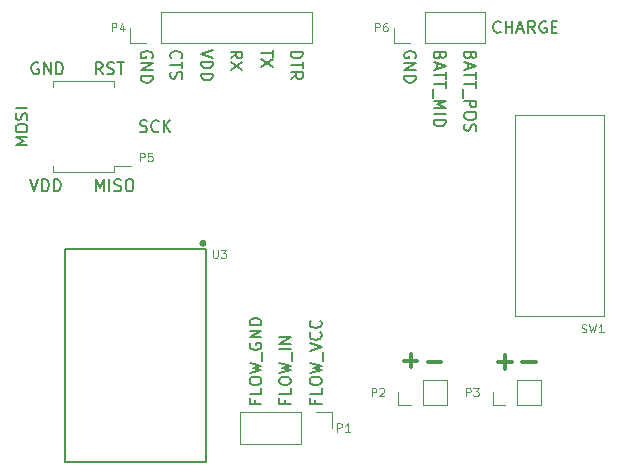
<source format=gto>
G04 #@! TF.FileFunction,Legend,Top*
%FSLAX46Y46*%
G04 Gerber Fmt 4.6, Leading zero omitted, Abs format (unit mm)*
G04 Created by KiCad (PCBNEW 4.0.4-stable) date Thursday, September 28, 2017 'AMt' 07:06:15 AM*
%MOMM*%
%LPD*%
G01*
G04 APERTURE LIST*
%ADD10C,0.100000*%
%ADD11C,0.150000*%
%ADD12C,0.300000*%
%ADD13C,0.120000*%
G04 APERTURE END LIST*
D10*
D11*
X130009524Y-96257143D02*
X129961905Y-96304762D01*
X129819048Y-96352381D01*
X129723810Y-96352381D01*
X129580952Y-96304762D01*
X129485714Y-96209524D01*
X129438095Y-96114286D01*
X129390476Y-95923810D01*
X129390476Y-95780952D01*
X129438095Y-95590476D01*
X129485714Y-95495238D01*
X129580952Y-95400000D01*
X129723810Y-95352381D01*
X129819048Y-95352381D01*
X129961905Y-95400000D01*
X130009524Y-95447619D01*
X130438095Y-96352381D02*
X130438095Y-95352381D01*
X130438095Y-95828571D02*
X131009524Y-95828571D01*
X131009524Y-96352381D02*
X131009524Y-95352381D01*
X131438095Y-96066667D02*
X131914286Y-96066667D01*
X131342857Y-96352381D02*
X131676190Y-95352381D01*
X132009524Y-96352381D01*
X132914286Y-96352381D02*
X132580952Y-95876190D01*
X132342857Y-96352381D02*
X132342857Y-95352381D01*
X132723810Y-95352381D01*
X132819048Y-95400000D01*
X132866667Y-95447619D01*
X132914286Y-95542857D01*
X132914286Y-95685714D01*
X132866667Y-95780952D01*
X132819048Y-95828571D01*
X132723810Y-95876190D01*
X132342857Y-95876190D01*
X133866667Y-95400000D02*
X133771429Y-95352381D01*
X133628572Y-95352381D01*
X133485714Y-95400000D01*
X133390476Y-95495238D01*
X133342857Y-95590476D01*
X133295238Y-95780952D01*
X133295238Y-95923810D01*
X133342857Y-96114286D01*
X133390476Y-96209524D01*
X133485714Y-96304762D01*
X133628572Y-96352381D01*
X133723810Y-96352381D01*
X133866667Y-96304762D01*
X133914286Y-96257143D01*
X133914286Y-95923810D01*
X133723810Y-95923810D01*
X134342857Y-95828571D02*
X134676191Y-95828571D01*
X134819048Y-96352381D02*
X134342857Y-96352381D01*
X134342857Y-95352381D01*
X134819048Y-95352381D01*
X90195238Y-108752381D02*
X90528571Y-109752381D01*
X90861905Y-108752381D01*
X91195238Y-109752381D02*
X91195238Y-108752381D01*
X91433333Y-108752381D01*
X91576191Y-108800000D01*
X91671429Y-108895238D01*
X91719048Y-108990476D01*
X91766667Y-109180952D01*
X91766667Y-109323810D01*
X91719048Y-109514286D01*
X91671429Y-109609524D01*
X91576191Y-109704762D01*
X91433333Y-109752381D01*
X91195238Y-109752381D01*
X92195238Y-109752381D02*
X92195238Y-108752381D01*
X92433333Y-108752381D01*
X92576191Y-108800000D01*
X92671429Y-108895238D01*
X92719048Y-108990476D01*
X92766667Y-109180952D01*
X92766667Y-109323810D01*
X92719048Y-109514286D01*
X92671429Y-109609524D01*
X92576191Y-109704762D01*
X92433333Y-109752381D01*
X92195238Y-109752381D01*
X90861905Y-98900000D02*
X90766667Y-98852381D01*
X90623810Y-98852381D01*
X90480952Y-98900000D01*
X90385714Y-98995238D01*
X90338095Y-99090476D01*
X90290476Y-99280952D01*
X90290476Y-99423810D01*
X90338095Y-99614286D01*
X90385714Y-99709524D01*
X90480952Y-99804762D01*
X90623810Y-99852381D01*
X90719048Y-99852381D01*
X90861905Y-99804762D01*
X90909524Y-99757143D01*
X90909524Y-99423810D01*
X90719048Y-99423810D01*
X91338095Y-99852381D02*
X91338095Y-98852381D01*
X91909524Y-99852381D01*
X91909524Y-98852381D01*
X92385714Y-99852381D02*
X92385714Y-98852381D01*
X92623809Y-98852381D01*
X92766667Y-98900000D01*
X92861905Y-98995238D01*
X92909524Y-99090476D01*
X92957143Y-99280952D01*
X92957143Y-99423810D01*
X92909524Y-99614286D01*
X92861905Y-99709524D01*
X92766667Y-99804762D01*
X92623809Y-99852381D01*
X92385714Y-99852381D01*
X95738095Y-109752381D02*
X95738095Y-108752381D01*
X96071429Y-109466667D01*
X96404762Y-108752381D01*
X96404762Y-109752381D01*
X96880952Y-109752381D02*
X96880952Y-108752381D01*
X97309523Y-109704762D02*
X97452380Y-109752381D01*
X97690476Y-109752381D01*
X97785714Y-109704762D01*
X97833333Y-109657143D01*
X97880952Y-109561905D01*
X97880952Y-109466667D01*
X97833333Y-109371429D01*
X97785714Y-109323810D01*
X97690476Y-109276190D01*
X97499999Y-109228571D01*
X97404761Y-109180952D01*
X97357142Y-109133333D01*
X97309523Y-109038095D01*
X97309523Y-108942857D01*
X97357142Y-108847619D01*
X97404761Y-108800000D01*
X97499999Y-108752381D01*
X97738095Y-108752381D01*
X97880952Y-108800000D01*
X98499999Y-108752381D02*
X98690476Y-108752381D01*
X98785714Y-108800000D01*
X98880952Y-108895238D01*
X98928571Y-109085714D01*
X98928571Y-109419048D01*
X98880952Y-109609524D01*
X98785714Y-109704762D01*
X98690476Y-109752381D01*
X98499999Y-109752381D01*
X98404761Y-109704762D01*
X98309523Y-109609524D01*
X98261904Y-109419048D01*
X98261904Y-109085714D01*
X98309523Y-108895238D01*
X98404761Y-108800000D01*
X98499999Y-108752381D01*
X96309524Y-99852381D02*
X95976190Y-99376190D01*
X95738095Y-99852381D02*
X95738095Y-98852381D01*
X96119048Y-98852381D01*
X96214286Y-98900000D01*
X96261905Y-98947619D01*
X96309524Y-99042857D01*
X96309524Y-99185714D01*
X96261905Y-99280952D01*
X96214286Y-99328571D01*
X96119048Y-99376190D01*
X95738095Y-99376190D01*
X96690476Y-99804762D02*
X96833333Y-99852381D01*
X97071429Y-99852381D01*
X97166667Y-99804762D01*
X97214286Y-99757143D01*
X97261905Y-99661905D01*
X97261905Y-99566667D01*
X97214286Y-99471429D01*
X97166667Y-99423810D01*
X97071429Y-99376190D01*
X96880952Y-99328571D01*
X96785714Y-99280952D01*
X96738095Y-99233333D01*
X96690476Y-99138095D01*
X96690476Y-99042857D01*
X96738095Y-98947619D01*
X96785714Y-98900000D01*
X96880952Y-98852381D01*
X97119048Y-98852381D01*
X97261905Y-98900000D01*
X97547619Y-98852381D02*
X98119048Y-98852381D01*
X97833333Y-99852381D02*
X97833333Y-98852381D01*
X99490476Y-104704762D02*
X99633333Y-104752381D01*
X99871429Y-104752381D01*
X99966667Y-104704762D01*
X100014286Y-104657143D01*
X100061905Y-104561905D01*
X100061905Y-104466667D01*
X100014286Y-104371429D01*
X99966667Y-104323810D01*
X99871429Y-104276190D01*
X99680952Y-104228571D01*
X99585714Y-104180952D01*
X99538095Y-104133333D01*
X99490476Y-104038095D01*
X99490476Y-103942857D01*
X99538095Y-103847619D01*
X99585714Y-103800000D01*
X99680952Y-103752381D01*
X99919048Y-103752381D01*
X100061905Y-103800000D01*
X101061905Y-104657143D02*
X101014286Y-104704762D01*
X100871429Y-104752381D01*
X100776191Y-104752381D01*
X100633333Y-104704762D01*
X100538095Y-104609524D01*
X100490476Y-104514286D01*
X100442857Y-104323810D01*
X100442857Y-104180952D01*
X100490476Y-103990476D01*
X100538095Y-103895238D01*
X100633333Y-103800000D01*
X100776191Y-103752381D01*
X100871429Y-103752381D01*
X101014286Y-103800000D01*
X101061905Y-103847619D01*
X101490476Y-104752381D02*
X101490476Y-103752381D01*
X102061905Y-104752381D02*
X101633333Y-104180952D01*
X102061905Y-103752381D02*
X101490476Y-104323810D01*
X89952381Y-105871428D02*
X88952381Y-105871428D01*
X89666667Y-105538094D01*
X88952381Y-105204761D01*
X89952381Y-105204761D01*
X88952381Y-104538095D02*
X88952381Y-104347618D01*
X89000000Y-104252380D01*
X89095238Y-104157142D01*
X89285714Y-104109523D01*
X89619048Y-104109523D01*
X89809524Y-104157142D01*
X89904762Y-104252380D01*
X89952381Y-104347618D01*
X89952381Y-104538095D01*
X89904762Y-104633333D01*
X89809524Y-104728571D01*
X89619048Y-104776190D01*
X89285714Y-104776190D01*
X89095238Y-104728571D01*
X89000000Y-104633333D01*
X88952381Y-104538095D01*
X89904762Y-103728571D02*
X89952381Y-103585714D01*
X89952381Y-103347618D01*
X89904762Y-103252380D01*
X89857143Y-103204761D01*
X89761905Y-103157142D01*
X89666667Y-103157142D01*
X89571429Y-103204761D01*
X89523810Y-103252380D01*
X89476190Y-103347618D01*
X89428571Y-103538095D01*
X89380952Y-103633333D01*
X89333333Y-103680952D01*
X89238095Y-103728571D01*
X89142857Y-103728571D01*
X89047619Y-103680952D01*
X89000000Y-103633333D01*
X88952381Y-103538095D01*
X88952381Y-103299999D01*
X89000000Y-103157142D01*
X89952381Y-102728571D02*
X88952381Y-102728571D01*
X100500000Y-98461905D02*
X100547619Y-98366667D01*
X100547619Y-98223810D01*
X100500000Y-98080952D01*
X100404762Y-97985714D01*
X100309524Y-97938095D01*
X100119048Y-97890476D01*
X99976190Y-97890476D01*
X99785714Y-97938095D01*
X99690476Y-97985714D01*
X99595238Y-98080952D01*
X99547619Y-98223810D01*
X99547619Y-98319048D01*
X99595238Y-98461905D01*
X99642857Y-98509524D01*
X99976190Y-98509524D01*
X99976190Y-98319048D01*
X99547619Y-98938095D02*
X100547619Y-98938095D01*
X99547619Y-99509524D01*
X100547619Y-99509524D01*
X99547619Y-99985714D02*
X100547619Y-99985714D01*
X100547619Y-100223809D01*
X100500000Y-100366667D01*
X100404762Y-100461905D01*
X100309524Y-100509524D01*
X100119048Y-100557143D01*
X99976190Y-100557143D01*
X99785714Y-100509524D01*
X99690476Y-100461905D01*
X99595238Y-100366667D01*
X99547619Y-100223809D01*
X99547619Y-99985714D01*
X102142857Y-98509524D02*
X102095238Y-98461905D01*
X102047619Y-98319048D01*
X102047619Y-98223810D01*
X102095238Y-98080952D01*
X102190476Y-97985714D01*
X102285714Y-97938095D01*
X102476190Y-97890476D01*
X102619048Y-97890476D01*
X102809524Y-97938095D01*
X102904762Y-97985714D01*
X103000000Y-98080952D01*
X103047619Y-98223810D01*
X103047619Y-98319048D01*
X103000000Y-98461905D01*
X102952381Y-98509524D01*
X103047619Y-98795238D02*
X103047619Y-99366667D01*
X102047619Y-99080952D02*
X103047619Y-99080952D01*
X102095238Y-99652381D02*
X102047619Y-99795238D01*
X102047619Y-100033334D01*
X102095238Y-100128572D01*
X102142857Y-100176191D01*
X102238095Y-100223810D01*
X102333333Y-100223810D01*
X102428571Y-100176191D01*
X102476190Y-100128572D01*
X102523810Y-100033334D01*
X102571429Y-99842857D01*
X102619048Y-99747619D01*
X102666667Y-99700000D01*
X102761905Y-99652381D01*
X102857143Y-99652381D01*
X102952381Y-99700000D01*
X103000000Y-99747619D01*
X103047619Y-99842857D01*
X103047619Y-100080953D01*
X103000000Y-100223810D01*
X105647619Y-97795238D02*
X104647619Y-98128571D01*
X105647619Y-98461905D01*
X104647619Y-98795238D02*
X105647619Y-98795238D01*
X105647619Y-99033333D01*
X105600000Y-99176191D01*
X105504762Y-99271429D01*
X105409524Y-99319048D01*
X105219048Y-99366667D01*
X105076190Y-99366667D01*
X104885714Y-99319048D01*
X104790476Y-99271429D01*
X104695238Y-99176191D01*
X104647619Y-99033333D01*
X104647619Y-98795238D01*
X104647619Y-99795238D02*
X105647619Y-99795238D01*
X105647619Y-100033333D01*
X105600000Y-100176191D01*
X105504762Y-100271429D01*
X105409524Y-100319048D01*
X105219048Y-100366667D01*
X105076190Y-100366667D01*
X104885714Y-100319048D01*
X104790476Y-100271429D01*
X104695238Y-100176191D01*
X104647619Y-100033333D01*
X104647619Y-99795238D01*
X107147619Y-98509524D02*
X107623810Y-98176190D01*
X107147619Y-97938095D02*
X108147619Y-97938095D01*
X108147619Y-98319048D01*
X108100000Y-98414286D01*
X108052381Y-98461905D01*
X107957143Y-98509524D01*
X107814286Y-98509524D01*
X107719048Y-98461905D01*
X107671429Y-98414286D01*
X107623810Y-98319048D01*
X107623810Y-97938095D01*
X108147619Y-98842857D02*
X107147619Y-99509524D01*
X108147619Y-99509524D02*
X107147619Y-98842857D01*
X110747619Y-97795238D02*
X110747619Y-98366667D01*
X109747619Y-98080952D02*
X110747619Y-98080952D01*
X110747619Y-98604762D02*
X109747619Y-99271429D01*
X110747619Y-99271429D02*
X109747619Y-98604762D01*
X112247619Y-97938095D02*
X113247619Y-97938095D01*
X113247619Y-98176190D01*
X113200000Y-98319048D01*
X113104762Y-98414286D01*
X113009524Y-98461905D01*
X112819048Y-98509524D01*
X112676190Y-98509524D01*
X112485714Y-98461905D01*
X112390476Y-98414286D01*
X112295238Y-98319048D01*
X112247619Y-98176190D01*
X112247619Y-97938095D01*
X113247619Y-98795238D02*
X113247619Y-99366667D01*
X112247619Y-99080952D02*
X113247619Y-99080952D01*
X112247619Y-100271429D02*
X112723810Y-99938095D01*
X112247619Y-99700000D02*
X113247619Y-99700000D01*
X113247619Y-100080953D01*
X113200000Y-100176191D01*
X113152381Y-100223810D01*
X113057143Y-100271429D01*
X112914286Y-100271429D01*
X112819048Y-100223810D01*
X112771429Y-100176191D01*
X112723810Y-100080953D01*
X112723810Y-99700000D01*
X127471429Y-98271429D02*
X127423810Y-98414286D01*
X127376190Y-98461905D01*
X127280952Y-98509524D01*
X127138095Y-98509524D01*
X127042857Y-98461905D01*
X126995238Y-98414286D01*
X126947619Y-98319048D01*
X126947619Y-97938095D01*
X127947619Y-97938095D01*
X127947619Y-98271429D01*
X127900000Y-98366667D01*
X127852381Y-98414286D01*
X127757143Y-98461905D01*
X127661905Y-98461905D01*
X127566667Y-98414286D01*
X127519048Y-98366667D01*
X127471429Y-98271429D01*
X127471429Y-97938095D01*
X127233333Y-98890476D02*
X127233333Y-99366667D01*
X126947619Y-98795238D02*
X127947619Y-99128571D01*
X126947619Y-99461905D01*
X127947619Y-99652381D02*
X127947619Y-100223810D01*
X126947619Y-99938095D02*
X127947619Y-99938095D01*
X127947619Y-100414286D02*
X127947619Y-100985715D01*
X126947619Y-100700000D02*
X127947619Y-100700000D01*
X126852381Y-101080953D02*
X126852381Y-101842858D01*
X126947619Y-102080953D02*
X127947619Y-102080953D01*
X127947619Y-102461906D01*
X127900000Y-102557144D01*
X127852381Y-102604763D01*
X127757143Y-102652382D01*
X127614286Y-102652382D01*
X127519048Y-102604763D01*
X127471429Y-102557144D01*
X127423810Y-102461906D01*
X127423810Y-102080953D01*
X127947619Y-103271429D02*
X127947619Y-103461906D01*
X127900000Y-103557144D01*
X127804762Y-103652382D01*
X127614286Y-103700001D01*
X127280952Y-103700001D01*
X127090476Y-103652382D01*
X126995238Y-103557144D01*
X126947619Y-103461906D01*
X126947619Y-103271429D01*
X126995238Y-103176191D01*
X127090476Y-103080953D01*
X127280952Y-103033334D01*
X127614286Y-103033334D01*
X127804762Y-103080953D01*
X127900000Y-103176191D01*
X127947619Y-103271429D01*
X126995238Y-104080953D02*
X126947619Y-104223810D01*
X126947619Y-104461906D01*
X126995238Y-104557144D01*
X127042857Y-104604763D01*
X127138095Y-104652382D01*
X127233333Y-104652382D01*
X127328571Y-104604763D01*
X127376190Y-104557144D01*
X127423810Y-104461906D01*
X127471429Y-104271429D01*
X127519048Y-104176191D01*
X127566667Y-104128572D01*
X127661905Y-104080953D01*
X127757143Y-104080953D01*
X127852381Y-104128572D01*
X127900000Y-104176191D01*
X127947619Y-104271429D01*
X127947619Y-104509525D01*
X127900000Y-104652382D01*
X124871429Y-98271429D02*
X124823810Y-98414286D01*
X124776190Y-98461905D01*
X124680952Y-98509524D01*
X124538095Y-98509524D01*
X124442857Y-98461905D01*
X124395238Y-98414286D01*
X124347619Y-98319048D01*
X124347619Y-97938095D01*
X125347619Y-97938095D01*
X125347619Y-98271429D01*
X125300000Y-98366667D01*
X125252381Y-98414286D01*
X125157143Y-98461905D01*
X125061905Y-98461905D01*
X124966667Y-98414286D01*
X124919048Y-98366667D01*
X124871429Y-98271429D01*
X124871429Y-97938095D01*
X124633333Y-98890476D02*
X124633333Y-99366667D01*
X124347619Y-98795238D02*
X125347619Y-99128571D01*
X124347619Y-99461905D01*
X125347619Y-99652381D02*
X125347619Y-100223810D01*
X124347619Y-99938095D02*
X125347619Y-99938095D01*
X125347619Y-100414286D02*
X125347619Y-100985715D01*
X124347619Y-100700000D02*
X125347619Y-100700000D01*
X124252381Y-101080953D02*
X124252381Y-101842858D01*
X124347619Y-102080953D02*
X125347619Y-102080953D01*
X124633333Y-102414287D01*
X125347619Y-102747620D01*
X124347619Y-102747620D01*
X124347619Y-103223810D02*
X125347619Y-103223810D01*
X124347619Y-103700000D02*
X125347619Y-103700000D01*
X125347619Y-103938095D01*
X125300000Y-104080953D01*
X125204762Y-104176191D01*
X125109524Y-104223810D01*
X124919048Y-104271429D01*
X124776190Y-104271429D01*
X124585714Y-104223810D01*
X124490476Y-104176191D01*
X124395238Y-104080953D01*
X124347619Y-103938095D01*
X124347619Y-103700000D01*
X122800000Y-98461905D02*
X122847619Y-98366667D01*
X122847619Y-98223810D01*
X122800000Y-98080952D01*
X122704762Y-97985714D01*
X122609524Y-97938095D01*
X122419048Y-97890476D01*
X122276190Y-97890476D01*
X122085714Y-97938095D01*
X121990476Y-97985714D01*
X121895238Y-98080952D01*
X121847619Y-98223810D01*
X121847619Y-98319048D01*
X121895238Y-98461905D01*
X121942857Y-98509524D01*
X122276190Y-98509524D01*
X122276190Y-98319048D01*
X121847619Y-98938095D02*
X122847619Y-98938095D01*
X121847619Y-99509524D01*
X122847619Y-99509524D01*
X121847619Y-99985714D02*
X122847619Y-99985714D01*
X122847619Y-100223809D01*
X122800000Y-100366667D01*
X122704762Y-100461905D01*
X122609524Y-100509524D01*
X122419048Y-100557143D01*
X122276190Y-100557143D01*
X122085714Y-100509524D01*
X121990476Y-100461905D01*
X121895238Y-100366667D01*
X121847619Y-100223809D01*
X121847619Y-99985714D01*
X109228571Y-127428571D02*
X109228571Y-127761905D01*
X109752381Y-127761905D02*
X108752381Y-127761905D01*
X108752381Y-127285714D01*
X109752381Y-126428571D02*
X109752381Y-126904762D01*
X108752381Y-126904762D01*
X108752381Y-125904762D02*
X108752381Y-125714285D01*
X108800000Y-125619047D01*
X108895238Y-125523809D01*
X109085714Y-125476190D01*
X109419048Y-125476190D01*
X109609524Y-125523809D01*
X109704762Y-125619047D01*
X109752381Y-125714285D01*
X109752381Y-125904762D01*
X109704762Y-126000000D01*
X109609524Y-126095238D01*
X109419048Y-126142857D01*
X109085714Y-126142857D01*
X108895238Y-126095238D01*
X108800000Y-126000000D01*
X108752381Y-125904762D01*
X108752381Y-125142857D02*
X109752381Y-124904762D01*
X109038095Y-124714285D01*
X109752381Y-124523809D01*
X108752381Y-124285714D01*
X109847619Y-124142857D02*
X109847619Y-123380952D01*
X108800000Y-122619047D02*
X108752381Y-122714285D01*
X108752381Y-122857142D01*
X108800000Y-123000000D01*
X108895238Y-123095238D01*
X108990476Y-123142857D01*
X109180952Y-123190476D01*
X109323810Y-123190476D01*
X109514286Y-123142857D01*
X109609524Y-123095238D01*
X109704762Y-123000000D01*
X109752381Y-122857142D01*
X109752381Y-122761904D01*
X109704762Y-122619047D01*
X109657143Y-122571428D01*
X109323810Y-122571428D01*
X109323810Y-122761904D01*
X109752381Y-122142857D02*
X108752381Y-122142857D01*
X109752381Y-121571428D01*
X108752381Y-121571428D01*
X109752381Y-121095238D02*
X108752381Y-121095238D01*
X108752381Y-120857143D01*
X108800000Y-120714285D01*
X108895238Y-120619047D01*
X108990476Y-120571428D01*
X109180952Y-120523809D01*
X109323810Y-120523809D01*
X109514286Y-120571428D01*
X109609524Y-120619047D01*
X109704762Y-120714285D01*
X109752381Y-120857143D01*
X109752381Y-121095238D01*
X111728571Y-127428571D02*
X111728571Y-127761905D01*
X112252381Y-127761905D02*
X111252381Y-127761905D01*
X111252381Y-127285714D01*
X112252381Y-126428571D02*
X112252381Y-126904762D01*
X111252381Y-126904762D01*
X111252381Y-125904762D02*
X111252381Y-125714285D01*
X111300000Y-125619047D01*
X111395238Y-125523809D01*
X111585714Y-125476190D01*
X111919048Y-125476190D01*
X112109524Y-125523809D01*
X112204762Y-125619047D01*
X112252381Y-125714285D01*
X112252381Y-125904762D01*
X112204762Y-126000000D01*
X112109524Y-126095238D01*
X111919048Y-126142857D01*
X111585714Y-126142857D01*
X111395238Y-126095238D01*
X111300000Y-126000000D01*
X111252381Y-125904762D01*
X111252381Y-125142857D02*
X112252381Y-124904762D01*
X111538095Y-124714285D01*
X112252381Y-124523809D01*
X111252381Y-124285714D01*
X112347619Y-124142857D02*
X112347619Y-123380952D01*
X112252381Y-123142857D02*
X111252381Y-123142857D01*
X112252381Y-122666667D02*
X111252381Y-122666667D01*
X112252381Y-122095238D01*
X111252381Y-122095238D01*
X114328571Y-127428571D02*
X114328571Y-127761905D01*
X114852381Y-127761905D02*
X113852381Y-127761905D01*
X113852381Y-127285714D01*
X114852381Y-126428571D02*
X114852381Y-126904762D01*
X113852381Y-126904762D01*
X113852381Y-125904762D02*
X113852381Y-125714285D01*
X113900000Y-125619047D01*
X113995238Y-125523809D01*
X114185714Y-125476190D01*
X114519048Y-125476190D01*
X114709524Y-125523809D01*
X114804762Y-125619047D01*
X114852381Y-125714285D01*
X114852381Y-125904762D01*
X114804762Y-126000000D01*
X114709524Y-126095238D01*
X114519048Y-126142857D01*
X114185714Y-126142857D01*
X113995238Y-126095238D01*
X113900000Y-126000000D01*
X113852381Y-125904762D01*
X113852381Y-125142857D02*
X114852381Y-124904762D01*
X114138095Y-124714285D01*
X114852381Y-124523809D01*
X113852381Y-124285714D01*
X114947619Y-124142857D02*
X114947619Y-123380952D01*
X113852381Y-123285714D02*
X114852381Y-122952381D01*
X113852381Y-122619047D01*
X114757143Y-121714285D02*
X114804762Y-121761904D01*
X114852381Y-121904761D01*
X114852381Y-121999999D01*
X114804762Y-122142857D01*
X114709524Y-122238095D01*
X114614286Y-122285714D01*
X114423810Y-122333333D01*
X114280952Y-122333333D01*
X114090476Y-122285714D01*
X113995238Y-122238095D01*
X113900000Y-122142857D01*
X113852381Y-121999999D01*
X113852381Y-121904761D01*
X113900000Y-121761904D01*
X113947619Y-121714285D01*
X114757143Y-120714285D02*
X114804762Y-120761904D01*
X114852381Y-120904761D01*
X114852381Y-120999999D01*
X114804762Y-121142857D01*
X114709524Y-121238095D01*
X114614286Y-121285714D01*
X114423810Y-121333333D01*
X114280952Y-121333333D01*
X114090476Y-121285714D01*
X113995238Y-121238095D01*
X113900000Y-121142857D01*
X113852381Y-120999999D01*
X113852381Y-120904761D01*
X113900000Y-120761904D01*
X113947619Y-120714285D01*
D12*
X132971428Y-124207143D02*
X131828571Y-124207143D01*
X124971428Y-124207143D02*
X123828571Y-124207143D01*
X130971428Y-124207143D02*
X129828571Y-124207143D01*
X130400000Y-124778571D02*
X130400000Y-123635714D01*
X122971428Y-124107143D02*
X121828571Y-124107143D01*
X122400000Y-124678571D02*
X122400000Y-123535714D01*
D13*
X113110000Y-128470000D02*
X107970000Y-128470000D01*
X107970000Y-128470000D02*
X107970000Y-131130000D01*
X107970000Y-131130000D02*
X113110000Y-131130000D01*
X113110000Y-131130000D02*
X113110000Y-128470000D01*
X114380000Y-128470000D02*
X115710000Y-128470000D01*
X115710000Y-128470000D02*
X115710000Y-129800000D01*
D11*
X105023607Y-114170000D02*
G75*
G03X105023607Y-114170000I-223607J0D01*
G01*
X104900000Y-114170000D02*
G75*
G03X104900000Y-114170000I-100000J0D01*
G01*
X105100000Y-132670000D02*
X105100000Y-114670000D01*
X93100000Y-132670000D02*
X105100000Y-132670000D01*
X93100000Y-114670000D02*
X93100000Y-132670000D01*
X105100000Y-114670000D02*
X93100000Y-114670000D01*
D13*
X101270000Y-97230000D02*
X114030000Y-97230000D01*
X114030000Y-97230000D02*
X114030000Y-94570000D01*
X114030000Y-94570000D02*
X101270000Y-94570000D01*
X101270000Y-94570000D02*
X101270000Y-97230000D01*
X100000000Y-97230000D02*
X98670000Y-97230000D01*
X98670000Y-97230000D02*
X98670000Y-95900000D01*
X123570000Y-97230000D02*
X128710000Y-97230000D01*
X128710000Y-97230000D02*
X128710000Y-94570000D01*
X128710000Y-94570000D02*
X123570000Y-94570000D01*
X123570000Y-94570000D02*
X123570000Y-97230000D01*
X122300000Y-97230000D02*
X120970000Y-97230000D01*
X120970000Y-97230000D02*
X120970000Y-95900000D01*
X97300000Y-107640000D02*
X97300000Y-108170000D01*
X97300000Y-108170000D02*
X92100000Y-108170000D01*
X92100000Y-108170000D02*
X92100000Y-107640000D01*
X97300000Y-100960000D02*
X97300000Y-100430000D01*
X97300000Y-100430000D02*
X92100000Y-100430000D01*
X92100000Y-100430000D02*
X92100000Y-100960000D01*
X98720000Y-107640000D02*
X97300000Y-107640000D01*
X123400000Y-127860000D02*
X125460000Y-127860000D01*
X125460000Y-127860000D02*
X125460000Y-125740000D01*
X125460000Y-125740000D02*
X123400000Y-125740000D01*
X123400000Y-125740000D02*
X123400000Y-127860000D01*
X122400000Y-127860000D02*
X121340000Y-127860000D01*
X121340000Y-127860000D02*
X121340000Y-126800000D01*
X131400000Y-127860000D02*
X133460000Y-127860000D01*
X133460000Y-127860000D02*
X133460000Y-125740000D01*
X133460000Y-125740000D02*
X131400000Y-125740000D01*
X131400000Y-125740000D02*
X131400000Y-127860000D01*
X130400000Y-127860000D02*
X129340000Y-127860000D01*
X129340000Y-127860000D02*
X129340000Y-126800000D01*
D10*
X131200000Y-120300000D02*
X138800000Y-120300000D01*
X138800000Y-120300000D02*
X138800000Y-103300000D01*
X138800000Y-103300000D02*
X131200000Y-103300000D01*
X131200000Y-103300000D02*
X131200000Y-120300000D01*
X116183334Y-130116667D02*
X116183334Y-129416667D01*
X116450000Y-129416667D01*
X116516667Y-129450000D01*
X116550000Y-129483333D01*
X116583334Y-129550000D01*
X116583334Y-129650000D01*
X116550000Y-129716667D01*
X116516667Y-129750000D01*
X116450000Y-129783333D01*
X116183334Y-129783333D01*
X117250000Y-130116667D02*
X116850000Y-130116667D01*
X117050000Y-130116667D02*
X117050000Y-129416667D01*
X116983334Y-129516667D01*
X116916667Y-129583333D01*
X116850000Y-129616667D01*
X105666667Y-114716667D02*
X105666667Y-115283333D01*
X105700000Y-115350000D01*
X105733333Y-115383333D01*
X105800000Y-115416667D01*
X105933333Y-115416667D01*
X106000000Y-115383333D01*
X106033333Y-115350000D01*
X106066667Y-115283333D01*
X106066667Y-114716667D01*
X106333333Y-114716667D02*
X106766666Y-114716667D01*
X106533333Y-114983333D01*
X106633333Y-114983333D01*
X106700000Y-115016667D01*
X106733333Y-115050000D01*
X106766666Y-115116667D01*
X106766666Y-115283333D01*
X106733333Y-115350000D01*
X106700000Y-115383333D01*
X106633333Y-115416667D01*
X106433333Y-115416667D01*
X106366666Y-115383333D01*
X106333333Y-115350000D01*
X97083334Y-96216667D02*
X97083334Y-95516667D01*
X97350000Y-95516667D01*
X97416667Y-95550000D01*
X97450000Y-95583333D01*
X97483334Y-95650000D01*
X97483334Y-95750000D01*
X97450000Y-95816667D01*
X97416667Y-95850000D01*
X97350000Y-95883333D01*
X97083334Y-95883333D01*
X98083334Y-95750000D02*
X98083334Y-96216667D01*
X97916667Y-95483333D02*
X97750000Y-95983333D01*
X98183334Y-95983333D01*
X119383334Y-96216667D02*
X119383334Y-95516667D01*
X119650000Y-95516667D01*
X119716667Y-95550000D01*
X119750000Y-95583333D01*
X119783334Y-95650000D01*
X119783334Y-95750000D01*
X119750000Y-95816667D01*
X119716667Y-95850000D01*
X119650000Y-95883333D01*
X119383334Y-95883333D01*
X120383334Y-95516667D02*
X120250000Y-95516667D01*
X120183334Y-95550000D01*
X120150000Y-95583333D01*
X120083334Y-95683333D01*
X120050000Y-95816667D01*
X120050000Y-96083333D01*
X120083334Y-96150000D01*
X120116667Y-96183333D01*
X120183334Y-96216667D01*
X120316667Y-96216667D01*
X120383334Y-96183333D01*
X120416667Y-96150000D01*
X120450000Y-96083333D01*
X120450000Y-95916667D01*
X120416667Y-95850000D01*
X120383334Y-95816667D01*
X120316667Y-95783333D01*
X120183334Y-95783333D01*
X120116667Y-95816667D01*
X120083334Y-95850000D01*
X120050000Y-95916667D01*
X99483334Y-107216667D02*
X99483334Y-106516667D01*
X99750000Y-106516667D01*
X99816667Y-106550000D01*
X99850000Y-106583333D01*
X99883334Y-106650000D01*
X99883334Y-106750000D01*
X99850000Y-106816667D01*
X99816667Y-106850000D01*
X99750000Y-106883333D01*
X99483334Y-106883333D01*
X100516667Y-106516667D02*
X100183334Y-106516667D01*
X100150000Y-106850000D01*
X100183334Y-106816667D01*
X100250000Y-106783333D01*
X100416667Y-106783333D01*
X100483334Y-106816667D01*
X100516667Y-106850000D01*
X100550000Y-106916667D01*
X100550000Y-107083333D01*
X100516667Y-107150000D01*
X100483334Y-107183333D01*
X100416667Y-107216667D01*
X100250000Y-107216667D01*
X100183334Y-107183333D01*
X100150000Y-107150000D01*
X119083334Y-127116667D02*
X119083334Y-126416667D01*
X119350000Y-126416667D01*
X119416667Y-126450000D01*
X119450000Y-126483333D01*
X119483334Y-126550000D01*
X119483334Y-126650000D01*
X119450000Y-126716667D01*
X119416667Y-126750000D01*
X119350000Y-126783333D01*
X119083334Y-126783333D01*
X119750000Y-126483333D02*
X119783334Y-126450000D01*
X119850000Y-126416667D01*
X120016667Y-126416667D01*
X120083334Y-126450000D01*
X120116667Y-126483333D01*
X120150000Y-126550000D01*
X120150000Y-126616667D01*
X120116667Y-126716667D01*
X119716667Y-127116667D01*
X120150000Y-127116667D01*
X127083334Y-127116667D02*
X127083334Y-126416667D01*
X127350000Y-126416667D01*
X127416667Y-126450000D01*
X127450000Y-126483333D01*
X127483334Y-126550000D01*
X127483334Y-126650000D01*
X127450000Y-126716667D01*
X127416667Y-126750000D01*
X127350000Y-126783333D01*
X127083334Y-126783333D01*
X127716667Y-126416667D02*
X128150000Y-126416667D01*
X127916667Y-126683333D01*
X128016667Y-126683333D01*
X128083334Y-126716667D01*
X128116667Y-126750000D01*
X128150000Y-126816667D01*
X128150000Y-126983333D01*
X128116667Y-127050000D01*
X128083334Y-127083333D01*
X128016667Y-127116667D01*
X127816667Y-127116667D01*
X127750000Y-127083333D01*
X127716667Y-127050000D01*
X136866666Y-121683333D02*
X136966666Y-121716667D01*
X137133333Y-121716667D01*
X137200000Y-121683333D01*
X137233333Y-121650000D01*
X137266666Y-121583333D01*
X137266666Y-121516667D01*
X137233333Y-121450000D01*
X137200000Y-121416667D01*
X137133333Y-121383333D01*
X137000000Y-121350000D01*
X136933333Y-121316667D01*
X136900000Y-121283333D01*
X136866666Y-121216667D01*
X136866666Y-121150000D01*
X136900000Y-121083333D01*
X136933333Y-121050000D01*
X137000000Y-121016667D01*
X137166666Y-121016667D01*
X137266666Y-121050000D01*
X137500000Y-121016667D02*
X137666667Y-121716667D01*
X137800000Y-121216667D01*
X137933333Y-121716667D01*
X138100000Y-121016667D01*
X138733333Y-121716667D02*
X138333333Y-121716667D01*
X138533333Y-121716667D02*
X138533333Y-121016667D01*
X138466667Y-121116667D01*
X138400000Y-121183333D01*
X138333333Y-121216667D01*
M02*

</source>
